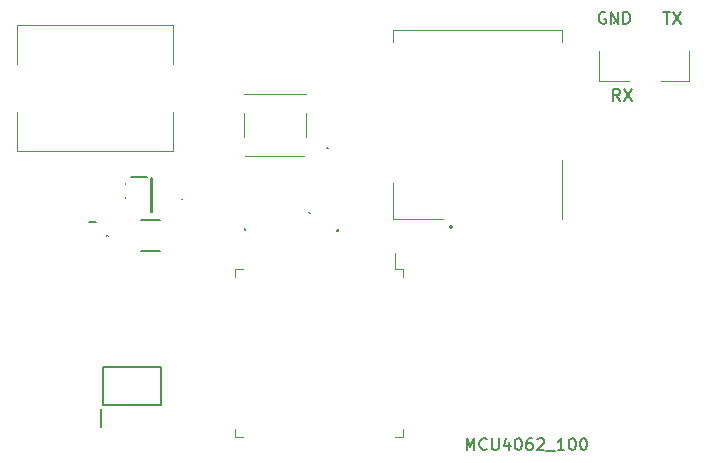
<source format=gbr>
%TF.GenerationSoftware,KiCad,Pcbnew,7.0.2*%
%TF.CreationDate,2023-05-22T10:30:23+03:00*%
%TF.ProjectId,MCU_V1,4d43555f-5631-42e6-9b69-6361645f7063,rev?*%
%TF.SameCoordinates,Original*%
%TF.FileFunction,Legend,Top*%
%TF.FilePolarity,Positive*%
%FSLAX46Y46*%
G04 Gerber Fmt 4.6, Leading zero omitted, Abs format (unit mm)*
G04 Created by KiCad (PCBNEW 7.0.2) date 2023-05-22 10:30:23*
%MOMM*%
%LPD*%
G01*
G04 APERTURE LIST*
%ADD10C,0.150000*%
%ADD11C,0.050000*%
%ADD12C,0.200000*%
%ADD13C,0.100000*%
%ADD14C,0.254000*%
%ADD15C,0.120000*%
G04 APERTURE END LIST*
D10*
X165285238Y-64267619D02*
X165856666Y-64267619D01*
X165570952Y-65267619D02*
X165570952Y-64267619D01*
X166094762Y-64267619D02*
X166761428Y-65267619D01*
X166761428Y-64267619D02*
X166094762Y-65267619D01*
X161599523Y-71777619D02*
X161266190Y-71301428D01*
X161028095Y-71777619D02*
X161028095Y-70777619D01*
X161028095Y-70777619D02*
X161409047Y-70777619D01*
X161409047Y-70777619D02*
X161504285Y-70825238D01*
X161504285Y-70825238D02*
X161551904Y-70872857D01*
X161551904Y-70872857D02*
X161599523Y-70968095D01*
X161599523Y-70968095D02*
X161599523Y-71110952D01*
X161599523Y-71110952D02*
X161551904Y-71206190D01*
X161551904Y-71206190D02*
X161504285Y-71253809D01*
X161504285Y-71253809D02*
X161409047Y-71301428D01*
X161409047Y-71301428D02*
X161028095Y-71301428D01*
X161932857Y-70777619D02*
X162599523Y-71777619D01*
X162599523Y-70777619D02*
X161932857Y-71777619D01*
X160371904Y-64285238D02*
X160276666Y-64237619D01*
X160276666Y-64237619D02*
X160133809Y-64237619D01*
X160133809Y-64237619D02*
X159990952Y-64285238D01*
X159990952Y-64285238D02*
X159895714Y-64380476D01*
X159895714Y-64380476D02*
X159848095Y-64475714D01*
X159848095Y-64475714D02*
X159800476Y-64666190D01*
X159800476Y-64666190D02*
X159800476Y-64809047D01*
X159800476Y-64809047D02*
X159848095Y-64999523D01*
X159848095Y-64999523D02*
X159895714Y-65094761D01*
X159895714Y-65094761D02*
X159990952Y-65190000D01*
X159990952Y-65190000D02*
X160133809Y-65237619D01*
X160133809Y-65237619D02*
X160229047Y-65237619D01*
X160229047Y-65237619D02*
X160371904Y-65190000D01*
X160371904Y-65190000D02*
X160419523Y-65142380D01*
X160419523Y-65142380D02*
X160419523Y-64809047D01*
X160419523Y-64809047D02*
X160229047Y-64809047D01*
X160848095Y-65237619D02*
X160848095Y-64237619D01*
X160848095Y-64237619D02*
X161419523Y-65237619D01*
X161419523Y-65237619D02*
X161419523Y-64237619D01*
X161895714Y-65237619D02*
X161895714Y-64237619D01*
X161895714Y-64237619D02*
X162133809Y-64237619D01*
X162133809Y-64237619D02*
X162276666Y-64285238D01*
X162276666Y-64285238D02*
X162371904Y-64380476D01*
X162371904Y-64380476D02*
X162419523Y-64475714D01*
X162419523Y-64475714D02*
X162467142Y-64666190D01*
X162467142Y-64666190D02*
X162467142Y-64809047D01*
X162467142Y-64809047D02*
X162419523Y-64999523D01*
X162419523Y-64999523D02*
X162371904Y-65094761D01*
X162371904Y-65094761D02*
X162276666Y-65190000D01*
X162276666Y-65190000D02*
X162133809Y-65237619D01*
X162133809Y-65237619D02*
X161895714Y-65237619D01*
%TO.C,H1*%
X148618095Y-101327619D02*
X148618095Y-100327619D01*
X148618095Y-100327619D02*
X148951428Y-101041904D01*
X148951428Y-101041904D02*
X149284761Y-100327619D01*
X149284761Y-100327619D02*
X149284761Y-101327619D01*
X150332380Y-101232380D02*
X150284761Y-101280000D01*
X150284761Y-101280000D02*
X150141904Y-101327619D01*
X150141904Y-101327619D02*
X150046666Y-101327619D01*
X150046666Y-101327619D02*
X149903809Y-101280000D01*
X149903809Y-101280000D02*
X149808571Y-101184761D01*
X149808571Y-101184761D02*
X149760952Y-101089523D01*
X149760952Y-101089523D02*
X149713333Y-100899047D01*
X149713333Y-100899047D02*
X149713333Y-100756190D01*
X149713333Y-100756190D02*
X149760952Y-100565714D01*
X149760952Y-100565714D02*
X149808571Y-100470476D01*
X149808571Y-100470476D02*
X149903809Y-100375238D01*
X149903809Y-100375238D02*
X150046666Y-100327619D01*
X150046666Y-100327619D02*
X150141904Y-100327619D01*
X150141904Y-100327619D02*
X150284761Y-100375238D01*
X150284761Y-100375238D02*
X150332380Y-100422857D01*
X150760952Y-100327619D02*
X150760952Y-101137142D01*
X150760952Y-101137142D02*
X150808571Y-101232380D01*
X150808571Y-101232380D02*
X150856190Y-101280000D01*
X150856190Y-101280000D02*
X150951428Y-101327619D01*
X150951428Y-101327619D02*
X151141904Y-101327619D01*
X151141904Y-101327619D02*
X151237142Y-101280000D01*
X151237142Y-101280000D02*
X151284761Y-101232380D01*
X151284761Y-101232380D02*
X151332380Y-101137142D01*
X151332380Y-101137142D02*
X151332380Y-100327619D01*
X152237142Y-100660952D02*
X152237142Y-101327619D01*
X151999047Y-100280000D02*
X151760952Y-100994285D01*
X151760952Y-100994285D02*
X152379999Y-100994285D01*
X152951428Y-100327619D02*
X153046666Y-100327619D01*
X153046666Y-100327619D02*
X153141904Y-100375238D01*
X153141904Y-100375238D02*
X153189523Y-100422857D01*
X153189523Y-100422857D02*
X153237142Y-100518095D01*
X153237142Y-100518095D02*
X153284761Y-100708571D01*
X153284761Y-100708571D02*
X153284761Y-100946666D01*
X153284761Y-100946666D02*
X153237142Y-101137142D01*
X153237142Y-101137142D02*
X153189523Y-101232380D01*
X153189523Y-101232380D02*
X153141904Y-101280000D01*
X153141904Y-101280000D02*
X153046666Y-101327619D01*
X153046666Y-101327619D02*
X152951428Y-101327619D01*
X152951428Y-101327619D02*
X152856190Y-101280000D01*
X152856190Y-101280000D02*
X152808571Y-101232380D01*
X152808571Y-101232380D02*
X152760952Y-101137142D01*
X152760952Y-101137142D02*
X152713333Y-100946666D01*
X152713333Y-100946666D02*
X152713333Y-100708571D01*
X152713333Y-100708571D02*
X152760952Y-100518095D01*
X152760952Y-100518095D02*
X152808571Y-100422857D01*
X152808571Y-100422857D02*
X152856190Y-100375238D01*
X152856190Y-100375238D02*
X152951428Y-100327619D01*
X154141904Y-100327619D02*
X153951428Y-100327619D01*
X153951428Y-100327619D02*
X153856190Y-100375238D01*
X153856190Y-100375238D02*
X153808571Y-100422857D01*
X153808571Y-100422857D02*
X153713333Y-100565714D01*
X153713333Y-100565714D02*
X153665714Y-100756190D01*
X153665714Y-100756190D02*
X153665714Y-101137142D01*
X153665714Y-101137142D02*
X153713333Y-101232380D01*
X153713333Y-101232380D02*
X153760952Y-101280000D01*
X153760952Y-101280000D02*
X153856190Y-101327619D01*
X153856190Y-101327619D02*
X154046666Y-101327619D01*
X154046666Y-101327619D02*
X154141904Y-101280000D01*
X154141904Y-101280000D02*
X154189523Y-101232380D01*
X154189523Y-101232380D02*
X154237142Y-101137142D01*
X154237142Y-101137142D02*
X154237142Y-100899047D01*
X154237142Y-100899047D02*
X154189523Y-100803809D01*
X154189523Y-100803809D02*
X154141904Y-100756190D01*
X154141904Y-100756190D02*
X154046666Y-100708571D01*
X154046666Y-100708571D02*
X153856190Y-100708571D01*
X153856190Y-100708571D02*
X153760952Y-100756190D01*
X153760952Y-100756190D02*
X153713333Y-100803809D01*
X153713333Y-100803809D02*
X153665714Y-100899047D01*
X154618095Y-100422857D02*
X154665714Y-100375238D01*
X154665714Y-100375238D02*
X154760952Y-100327619D01*
X154760952Y-100327619D02*
X154999047Y-100327619D01*
X154999047Y-100327619D02*
X155094285Y-100375238D01*
X155094285Y-100375238D02*
X155141904Y-100422857D01*
X155141904Y-100422857D02*
X155189523Y-100518095D01*
X155189523Y-100518095D02*
X155189523Y-100613333D01*
X155189523Y-100613333D02*
X155141904Y-100756190D01*
X155141904Y-100756190D02*
X154570476Y-101327619D01*
X154570476Y-101327619D02*
X155189523Y-101327619D01*
X155380000Y-101422857D02*
X156141904Y-101422857D01*
X156903809Y-101327619D02*
X156332381Y-101327619D01*
X156618095Y-101327619D02*
X156618095Y-100327619D01*
X156618095Y-100327619D02*
X156522857Y-100470476D01*
X156522857Y-100470476D02*
X156427619Y-100565714D01*
X156427619Y-100565714D02*
X156332381Y-100613333D01*
X157522857Y-100327619D02*
X157618095Y-100327619D01*
X157618095Y-100327619D02*
X157713333Y-100375238D01*
X157713333Y-100375238D02*
X157760952Y-100422857D01*
X157760952Y-100422857D02*
X157808571Y-100518095D01*
X157808571Y-100518095D02*
X157856190Y-100708571D01*
X157856190Y-100708571D02*
X157856190Y-100946666D01*
X157856190Y-100946666D02*
X157808571Y-101137142D01*
X157808571Y-101137142D02*
X157760952Y-101232380D01*
X157760952Y-101232380D02*
X157713333Y-101280000D01*
X157713333Y-101280000D02*
X157618095Y-101327619D01*
X157618095Y-101327619D02*
X157522857Y-101327619D01*
X157522857Y-101327619D02*
X157427619Y-101280000D01*
X157427619Y-101280000D02*
X157380000Y-101232380D01*
X157380000Y-101232380D02*
X157332381Y-101137142D01*
X157332381Y-101137142D02*
X157284762Y-100946666D01*
X157284762Y-100946666D02*
X157284762Y-100708571D01*
X157284762Y-100708571D02*
X157332381Y-100518095D01*
X157332381Y-100518095D02*
X157380000Y-100422857D01*
X157380000Y-100422857D02*
X157427619Y-100375238D01*
X157427619Y-100375238D02*
X157522857Y-100327619D01*
X158475238Y-100327619D02*
X158570476Y-100327619D01*
X158570476Y-100327619D02*
X158665714Y-100375238D01*
X158665714Y-100375238D02*
X158713333Y-100422857D01*
X158713333Y-100422857D02*
X158760952Y-100518095D01*
X158760952Y-100518095D02*
X158808571Y-100708571D01*
X158808571Y-100708571D02*
X158808571Y-100946666D01*
X158808571Y-100946666D02*
X158760952Y-101137142D01*
X158760952Y-101137142D02*
X158713333Y-101232380D01*
X158713333Y-101232380D02*
X158665714Y-101280000D01*
X158665714Y-101280000D02*
X158570476Y-101327619D01*
X158570476Y-101327619D02*
X158475238Y-101327619D01*
X158475238Y-101327619D02*
X158380000Y-101280000D01*
X158380000Y-101280000D02*
X158332381Y-101232380D01*
X158332381Y-101232380D02*
X158284762Y-101137142D01*
X158284762Y-101137142D02*
X158237143Y-100946666D01*
X158237143Y-100946666D02*
X158237143Y-100708571D01*
X158237143Y-100708571D02*
X158284762Y-100518095D01*
X158284762Y-100518095D02*
X158332381Y-100422857D01*
X158332381Y-100422857D02*
X158380000Y-100375238D01*
X158380000Y-100375238D02*
X158475238Y-100327619D01*
D11*
%TO.C,R3*%
X119740000Y-79965000D02*
X119740000Y-79965000D01*
X119740000Y-79915000D02*
X119740000Y-79915000D01*
X119740000Y-79915000D02*
G75*
G03*
X119740000Y-79965000I0J-25000D01*
G01*
X119740000Y-79965000D02*
G75*
G03*
X119740000Y-79915000I0J25000D01*
G01*
D12*
%TO.C,Z1*%
X121030000Y-84500000D02*
X122630000Y-84500000D01*
D13*
X118130000Y-83200000D02*
X118130000Y-83200000D01*
X118230000Y-83200000D02*
X118230000Y-83200000D01*
D12*
X121030000Y-81900000D02*
X122630000Y-81900000D01*
D13*
X118230000Y-83200000D02*
G75*
G03*
X118130000Y-83200000I-50000J0D01*
G01*
X118130000Y-83200000D02*
G75*
G03*
X118230000Y-83200000I50000J0D01*
G01*
D11*
%TO.C,R4*%
X119740000Y-78825000D02*
X119740000Y-78825000D01*
X119740000Y-78775000D02*
X119740000Y-78775000D01*
X119740000Y-78775000D02*
G75*
G03*
X119740000Y-78825000I0J-25000D01*
G01*
X119740000Y-78825000D02*
G75*
G03*
X119740000Y-78775000I0J25000D01*
G01*
D13*
%TO.C,Y2*%
X135270000Y-81230000D02*
X135270000Y-81230000D01*
X135370000Y-81230000D02*
X135370000Y-81230000D01*
X135370000Y-81230000D02*
G75*
G03*
X135270000Y-81230000I-50000J0D01*
G01*
X135270000Y-81230000D02*
G75*
G03*
X135370000Y-81230000I50000J0D01*
G01*
D12*
%TO.C,Q1*%
X120220000Y-78220000D02*
X121520000Y-78220000D01*
X121870000Y-78260000D02*
X121970000Y-78260000D01*
X121870000Y-81180000D02*
X121870000Y-78260000D01*
X121970000Y-78260000D02*
X121970000Y-81180000D01*
X121970000Y-81180000D02*
X121870000Y-81180000D01*
D11*
%TO.C,R1*%
X124445000Y-80100000D02*
X124445000Y-80100000D01*
X124495000Y-80100000D02*
X124495000Y-80100000D01*
X124495000Y-80100000D02*
G75*
G03*
X124445000Y-80100000I-25000J0D01*
G01*
X124445000Y-80100000D02*
G75*
G03*
X124495000Y-80100000I25000J0D01*
G01*
D12*
%TO.C,R2*%
X117210000Y-82040000D02*
X116610000Y-82040000D01*
D14*
%TO.C,C9*%
X137720000Y-82770000D02*
G75*
G03*
X137720000Y-82770000I-50000J0D01*
G01*
D13*
%TO.C,J3*%
X167420000Y-70050500D02*
X167420000Y-67550500D01*
X165110000Y-70050500D02*
X167420000Y-70050500D01*
X162360000Y-70050500D02*
X159800000Y-70050500D01*
D12*
X161110000Y-65200500D02*
X161110000Y-65200500D01*
X161110000Y-65200500D02*
X161110000Y-65200500D01*
X161110000Y-65100500D02*
X161110000Y-65100500D01*
D13*
X159800000Y-70050500D02*
X159800000Y-67550500D01*
D12*
X161110000Y-65100500D02*
G75*
G03*
X161110000Y-65200500I0J-50000D01*
G01*
X161110000Y-65200500D02*
G75*
G03*
X161110000Y-65100500I0J50000D01*
G01*
X161110000Y-65200500D02*
G75*
G03*
X161110000Y-65100500I0J50000D01*
G01*
%TO.C,Y1*%
X129820000Y-82640000D02*
X129820000Y-82640000D01*
X129820000Y-82740000D02*
X129820000Y-82740000D01*
X129820000Y-82740000D02*
X129820000Y-82740000D01*
X129820000Y-82740000D02*
G75*
G03*
X129820000Y-82640000I0J50000D01*
G01*
X129820000Y-82740000D02*
G75*
G03*
X129820000Y-82640000I0J50000D01*
G01*
X129820000Y-82640000D02*
G75*
G03*
X129820000Y-82740000I0J-50000D01*
G01*
D13*
%TO.C,J1*%
X142420000Y-65760000D02*
X156720000Y-65760000D01*
X142420000Y-66760000D02*
X142420000Y-65760000D01*
X142420000Y-81760000D02*
X142420000Y-78760000D01*
X146600000Y-81760000D02*
X142420000Y-81760000D01*
D12*
X147200000Y-82460000D02*
X147200000Y-82460000D01*
X147400000Y-82460000D02*
X147400000Y-82460000D01*
D13*
X156720000Y-65760000D02*
X156720000Y-66760000D01*
X156720000Y-80260000D02*
X156720000Y-76760000D01*
X156720000Y-80260000D02*
X156720000Y-81760000D01*
D12*
X147400000Y-82460000D02*
G75*
G03*
X147200000Y-82460000I-100000J0D01*
G01*
X147200000Y-82460000D02*
G75*
G03*
X147400000Y-82460000I100000J0D01*
G01*
D13*
%TO.C,U2*%
X123790000Y-75990000D02*
X110590000Y-75990000D01*
X123790000Y-72690000D02*
X123790000Y-75990000D01*
X123790000Y-68690000D02*
X123790000Y-65390000D01*
X123790000Y-65390000D02*
X110590000Y-65390000D01*
X110590000Y-75990000D02*
X110590000Y-72690000D01*
X110590000Y-65390000D02*
X110590000Y-68690000D01*
D12*
%TO.C,IC1*%
X117685000Y-99355000D02*
X117685000Y-97855000D01*
X117815000Y-97505000D02*
X117815000Y-94305000D01*
X122715000Y-97505000D02*
X117815000Y-97505000D01*
X117815000Y-94305000D02*
X122715000Y-94305000D01*
X122715000Y-94305000D02*
X122715000Y-97505000D01*
D14*
%TO.C,C8*%
X137720000Y-82770000D02*
G75*
G03*
X137720000Y-82770000I-50000J0D01*
G01*
D15*
%TO.C,U1*%
X143220000Y-86010000D02*
X142520000Y-86010000D01*
X142520000Y-86010000D02*
X142520000Y-84645000D01*
X129000000Y-86010000D02*
X129700000Y-86010000D01*
X143220000Y-86710000D02*
X143220000Y-86010000D01*
X129000000Y-86710000D02*
X129000000Y-86010000D01*
X143220000Y-99530000D02*
X143220000Y-100230000D01*
X129000000Y-99530000D02*
X129000000Y-100230000D01*
X143220000Y-100230000D02*
X142520000Y-100230000D01*
X129000000Y-100230000D02*
X129700000Y-100230000D01*
D12*
%TO.C,S2*%
X136890000Y-75800000D02*
X136890000Y-75800000D01*
X136890000Y-75800000D02*
X136790000Y-75800000D01*
X136790000Y-75800000D02*
X136790000Y-75800000D01*
D13*
X134990000Y-74800000D02*
X134990000Y-74800000D01*
X134990000Y-74800000D02*
X134990000Y-72800000D01*
X134990000Y-72800000D02*
X134990000Y-74800000D01*
X134990000Y-72800000D02*
X134990000Y-72800000D01*
X134990000Y-71200000D02*
X134990000Y-71200000D01*
X134990000Y-71200000D02*
X129790000Y-71200000D01*
X134890000Y-76400000D02*
X134890000Y-76400000D01*
X134890000Y-76400000D02*
X129890000Y-76400000D01*
X129890000Y-76400000D02*
X134890000Y-76400000D01*
X129890000Y-76400000D02*
X129890000Y-76400000D01*
X129790000Y-74800000D02*
X129790000Y-74800000D01*
X129790000Y-74800000D02*
X129790000Y-72800000D01*
X129790000Y-72800000D02*
X129790000Y-74800000D01*
X129790000Y-72800000D02*
X129790000Y-72800000D01*
X129790000Y-71200000D02*
X134990000Y-71200000D01*
X129790000Y-71200000D02*
X129790000Y-71200000D01*
D12*
X136790000Y-75800000D02*
G75*
G03*
X136890000Y-75800000I50000J0D01*
G01*
X136890000Y-75800000D02*
G75*
G03*
X136790000Y-75800000I-50000J0D01*
G01*
%TD*%
M02*

</source>
